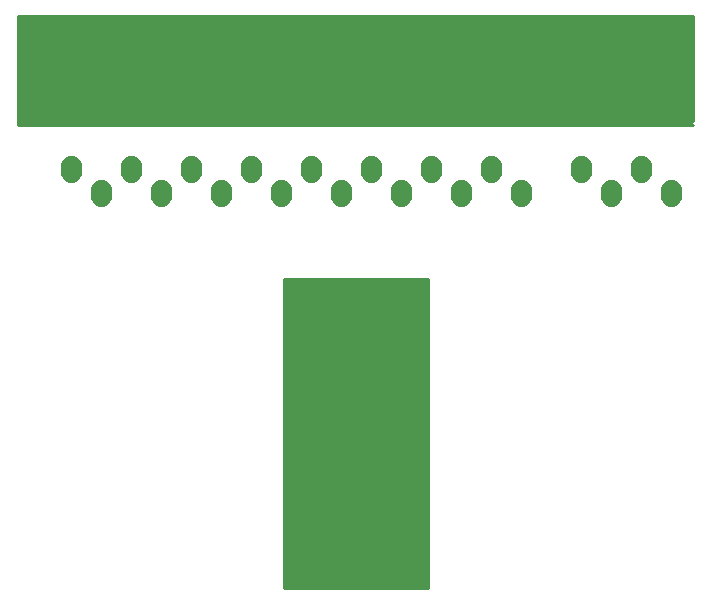
<source format=gts>
%FSTAX24Y24*%
%MOIN*%
%IN card20pad.gts *%
%ADD10C,0.0100*%
%ADD11C,0.0300*%
%ADD12C,0.0800*%
%ADD13R,0.0800X0.0800*%
D10*X014366Y012141D02*G01X009566D01*Y001841D01*X014366D01*Y012141D01*
G36*G01X009566D01*Y001841D01*X014366D01*Y012141D01*G37*X0232Y0174D02*
G01X023216Y020916D01*X000716D01*Y017291D01*X023216D01*G36*
X0232Y0174D02*G01X023216Y020916D01*X000716D01*Y017291D01*X023216D01*
G37*X002466Y015416D02*G01X002543Y015426D01*X002616Y015456D01*
X002678Y015504D01*X002725Y015566D01*X002755Y015639D01*
X002766Y015716D01*Y015916D01*X002755Y015994D01*X002725Y016066D01*
X002678Y016128D01*X002616Y016176D01*X002543Y016206D01*
X002466Y016216D01*X002388Y016206D01*X002316Y016176D01*
X002253Y016128D01*X002206Y016066D01*X002176Y015994D01*
X002166Y015916D01*Y015716D01*X002176Y015639D01*X002206Y015566D01*
X002253Y015504D01*X002316Y015456D01*X002388Y015426D01*
X002466Y015416D01*G36*G01X002543Y015426D01*X002616Y015456D01*
X002678Y015504D01*X002725Y015566D01*X002755Y015639D01*
X002766Y015716D01*Y015916D01*X002755Y015994D01*X002725Y016066D01*
X002678Y016128D01*X002616Y016176D01*X002543Y016206D01*
X002466Y016216D01*X002388Y016206D01*X002316Y016176D01*
X002253Y016128D01*X002206Y016066D01*X002176Y015994D01*
X002166Y015916D01*Y015716D01*X002176Y015639D01*X002206Y015566D01*
X002253Y015504D01*X002316Y015456D01*X002388Y015426D01*
X002466Y015416D01*G37*X003466Y014616D02*G01X003543Y014626D01*
X003616Y014656D01*X003678Y014704D01*X003725Y014766D01*
X003755Y014839D01*X003766Y014916D01*Y015116D01*X003755Y015194D01*
X003725Y015266D01*X003678Y015328D01*X003616Y015376D01*
X003543Y015406D01*X003466Y015416D01*X003388Y015406D01*
X003316Y015376D01*X003253Y015328D01*X003206Y015266D01*
X003176Y015194D01*X003166Y015116D01*Y014916D01*X003176Y014839D01*
X003206Y014766D01*X003253Y014704D01*X003316Y014656D01*
X003388Y014626D01*X003466Y014616D01*G36*G01X003543Y014626D01*
X003616Y014656D01*X003678Y014704D01*X003725Y014766D01*
X003755Y014839D01*X003766Y014916D01*Y015116D01*X003755Y015194D01*
X003725Y015266D01*X003678Y015328D01*X003616Y015376D01*
X003543Y015406D01*X003466Y015416D01*X003388Y015406D01*
X003316Y015376D01*X003253Y015328D01*X003206Y015266D01*
X003176Y015194D01*X003166Y015116D01*Y014916D01*X003176Y014839D01*
X003206Y014766D01*X003253Y014704D01*X003316Y014656D01*
X003388Y014626D01*X003466Y014616D01*G37*X004466Y015416D02*
G01X004543Y015426D01*X004616Y015456D01*X004678Y015504D01*
X004725Y015566D01*X004755Y015639D01*X004766Y015716D01*Y015916D01*
X004755Y015994D01*X004725Y016066D01*X004678Y016128D01*
X004616Y016176D01*X004543Y016206D01*X004466Y016216D01*
X004388Y016206D01*X004316Y016176D01*X004253Y016128D01*
X004206Y016066D01*X004176Y015994D01*X004166Y015916D01*Y015716D01*
X004176Y015639D01*X004206Y015566D01*X004253Y015504D01*
X004316Y015456D01*X004388Y015426D01*X004466Y015416D01*G36*
G01X004543Y015426D01*X004616Y015456D01*X004678Y015504D01*
X004725Y015566D01*X004755Y015639D01*X004766Y015716D01*Y015916D01*
X004755Y015994D01*X004725Y016066D01*X004678Y016128D01*
X004616Y016176D01*X004543Y016206D01*X004466Y016216D01*
X004388Y016206D01*X004316Y016176D01*X004253Y016128D01*
X004206Y016066D01*X004176Y015994D01*X004166Y015916D01*Y015716D01*
X004176Y015639D01*X004206Y015566D01*X004253Y015504D01*
X004316Y015456D01*X004388Y015426D01*X004466Y015416D01*G37*
X005466Y014616D02*G01X005543Y014626D01*X005616Y014656D01*
X005678Y014704D01*X005725Y014766D01*X005755Y014839D01*
X005766Y014916D01*Y015116D01*X005755Y015194D01*X005725Y015266D01*
X005678Y015328D01*X005616Y015376D01*X005543Y015406D01*
X005466Y015416D01*X005388Y015406D01*X005316Y015376D01*
X005253Y015328D01*X005206Y015266D01*X005176Y015194D01*
X005166Y015116D01*Y014916D01*X005176Y014839D01*X005206Y014766D01*
X005253Y014704D01*X005316Y014656D01*X005388Y014626D01*
X005466Y014616D01*G36*G01X005543Y014626D01*X005616Y014656D01*
X005678Y014704D01*X005725Y014766D01*X005755Y014839D01*
X005766Y014916D01*Y015116D01*X005755Y015194D01*X005725Y015266D01*
X005678Y015328D01*X005616Y015376D01*X005543Y015406D01*
X005466Y015416D01*X005388Y015406D01*X005316Y015376D01*
X005253Y015328D01*X005206Y015266D01*X005176Y015194D01*
X005166Y015116D01*Y014916D01*X005176Y014839D01*X005206Y014766D01*
X005253Y014704D01*X005316Y014656D01*X005388Y014626D01*
X005466Y014616D01*G37*X006466Y015416D02*G01X006543Y015426D01*
X006616Y015456D01*X006678Y015504D01*X006725Y015566D01*
X006755Y015639D01*X006766Y015716D01*Y015916D01*X006755Y015994D01*
X006725Y016066D01*X006678Y016128D01*X006616Y016176D01*
X006543Y016206D01*X006466Y016216D01*X006388Y016206D01*
X006316Y016176D01*X006253Y016128D01*X006206Y016066D01*
X006176Y015994D01*X006166Y015916D01*Y015716D01*X006176Y015639D01*
X006206Y015566D01*X006253Y015504D01*X006316Y015456D01*
X006388Y015426D01*X006466Y015416D01*G36*G01X006543Y015426D01*
X006616Y015456D01*X006678Y015504D01*X006725Y015566D01*
X006755Y015639D01*X006766Y015716D01*Y015916D01*X006755Y015994D01*
X006725Y016066D01*X006678Y016128D01*X006616Y016176D01*
X006543Y016206D01*X006466Y016216D01*X006388Y016206D01*
X006316Y016176D01*X006253Y016128D01*X006206Y016066D01*
X006176Y015994D01*X006166Y015916D01*Y015716D01*X006176Y015639D01*
X006206Y015566D01*X006253Y015504D01*X006316Y015456D01*
X006388Y015426D01*X006466Y015416D01*G37*X008466D02*
G01X008543Y015426D01*X008616Y015456D01*X008678Y015504D01*
X008725Y015566D01*X008755Y015639D01*X008766Y015716D01*Y015916D01*
X008755Y015994D01*X008725Y016066D01*X008678Y016128D01*
X008616Y016176D01*X008543Y016206D01*X008466Y016216D01*
X008388Y016206D01*X008316Y016176D01*X008253Y016128D01*
X008206Y016066D01*X008176Y015994D01*X008166Y015916D01*Y015716D01*
X008176Y015639D01*X008206Y015566D01*X008253Y015504D01*
X008316Y015456D01*X008388Y015426D01*X008466Y015416D01*G36*
G01X008543Y015426D01*X008616Y015456D01*X008678Y015504D01*
X008725Y015566D01*X008755Y015639D01*X008766Y015716D01*Y015916D01*
X008755Y015994D01*X008725Y016066D01*X008678Y016128D01*
X008616Y016176D01*X008543Y016206D01*X008466Y016216D01*
X008388Y016206D01*X008316Y016176D01*X008253Y016128D01*
X008206Y016066D01*X008176Y015994D01*X008166Y015916D01*Y015716D01*
X008176Y015639D01*X008206Y015566D01*X008253Y015504D01*
X008316Y015456D01*X008388Y015426D01*X008466Y015416D01*G37*X010466D02*
G01X010543Y015426D01*X010616Y015456D01*X010678Y015504D01*
X010725Y015566D01*X010755Y015639D01*X010766Y015716D01*Y015916D01*
X010755Y015994D01*X010725Y016066D01*X010678Y016128D01*
X010616Y016176D01*X010543Y016206D01*X010466Y016216D01*
X010388Y016206D01*X010316Y016176D01*X010253Y016128D01*
X010206Y016066D01*X010176Y015994D01*X010166Y015916D01*Y015716D01*
X010176Y015639D01*X010206Y015566D01*X010253Y015504D01*
X010316Y015456D01*X010388Y015426D01*X010466Y015416D01*G36*
G01X010543Y015426D01*X010616Y015456D01*X010678Y015504D01*
X010725Y015566D01*X010755Y015639D01*X010766Y015716D01*Y015916D01*
X010755Y015994D01*X010725Y016066D01*X010678Y016128D01*
X010616Y016176D01*X010543Y016206D01*X010466Y016216D01*
X010388Y016206D01*X010316Y016176D01*X010253Y016128D01*
X010206Y016066D01*X010176Y015994D01*X010166Y015916D01*Y015716D01*
X010176Y015639D01*X010206Y015566D01*X010253Y015504D01*
X010316Y015456D01*X010388Y015426D01*X010466Y015416D01*G37*X012466D02*
G01X012543Y015426D01*X012616Y015456D01*X012678Y015504D01*
X012725Y015566D01*X012755Y015639D01*X012766Y015716D01*Y015916D01*
X012755Y015994D01*X012725Y016066D01*X012678Y016128D01*
X012616Y016176D01*X012543Y016206D01*X012466Y016216D01*
X012388Y016206D01*X012316Y016176D01*X012253Y016128D01*
X012206Y016066D01*X012176Y015994D01*X012166Y015916D01*Y015716D01*
X012176Y015639D01*X012206Y015566D01*X012253Y015504D01*
X012316Y015456D01*X012388Y015426D01*X012466Y015416D01*G36*
G01X012543Y015426D01*X012616Y015456D01*X012678Y015504D01*
X012725Y015566D01*X012755Y015639D01*X012766Y015716D01*Y015916D01*
X012755Y015994D01*X012725Y016066D01*X012678Y016128D01*
X012616Y016176D01*X012543Y016206D01*X012466Y016216D01*
X012388Y016206D01*X012316Y016176D01*X012253Y016128D01*
X012206Y016066D01*X012176Y015994D01*X012166Y015916D01*Y015716D01*
X012176Y015639D01*X012206Y015566D01*X012253Y015504D01*
X012316Y015456D01*X012388Y015426D01*X012466Y015416D01*G37*X019466D02*
G01X019543Y015426D01*X019616Y015456D01*X019678Y015504D01*
X019725Y015566D01*X019755Y015639D01*X019766Y015716D01*Y015916D01*
X019755Y015994D01*X019725Y016066D01*X019678Y016128D01*
X019616Y016176D01*X019543Y016206D01*X019466Y016216D01*
X019388Y016206D01*X019316Y016176D01*X019253Y016128D01*
X019206Y016066D01*X019176Y015994D01*X019166Y015916D01*Y015716D01*
X019176Y015639D01*X019206Y015566D01*X019253Y015504D01*
X019316Y015456D01*X019388Y015426D01*X019466Y015416D01*G36*
G01X019543Y015426D01*X019616Y015456D01*X019678Y015504D01*
X019725Y015566D01*X019755Y015639D01*X019766Y015716D01*Y015916D01*
X019755Y015994D01*X019725Y016066D01*X019678Y016128D01*
X019616Y016176D01*X019543Y016206D01*X019466Y016216D01*
X019388Y016206D01*X019316Y016176D01*X019253Y016128D01*
X019206Y016066D01*X019176Y015994D01*X019166Y015916D01*Y015716D01*
X019176Y015639D01*X019206Y015566D01*X019253Y015504D01*
X019316Y015456D01*X019388Y015426D01*X019466Y015416D01*G37*X021466D02*
G01X021543Y015426D01*X021616Y015456D01*X021678Y015504D01*
X021725Y015566D01*X021755Y015639D01*X021766Y015716D01*Y015916D01*
X021755Y015994D01*X021725Y016066D01*X021678Y016128D01*
X021616Y016176D01*X021543Y016206D01*X021466Y016216D01*
X021388Y016206D01*X021316Y016176D01*X021253Y016128D01*
X021206Y016066D01*X021176Y015994D01*X021166Y015916D01*Y015716D01*
X021176Y015639D01*X021206Y015566D01*X021253Y015504D01*
X021316Y015456D01*X021388Y015426D01*X021466Y015416D01*G36*
G01X021543Y015426D01*X021616Y015456D01*X021678Y015504D01*
X021725Y015566D01*X021755Y015639D01*X021766Y015716D01*Y015916D01*
X021755Y015994D01*X021725Y016066D01*X021678Y016128D01*
X021616Y016176D01*X021543Y016206D01*X021466Y016216D01*
X021388Y016206D01*X021316Y016176D01*X021253Y016128D01*
X021206Y016066D01*X021176Y015994D01*X021166Y015916D01*Y015716D01*
X021176Y015639D01*X021206Y015566D01*X021253Y015504D01*
X021316Y015456D01*X021388Y015426D01*X021466Y015416D01*G37*
X007466Y014616D02*G01X007543Y014626D01*X007616Y014656D01*
X007678Y014704D01*X007725Y014766D01*X007755Y014839D01*
X007766Y014916D01*Y015116D01*X007755Y015194D01*X007725Y015266D01*
X007678Y015328D01*X007616Y015376D01*X007543Y015406D01*
X007466Y015416D01*X007388Y015406D01*X007316Y015376D01*
X007253Y015328D01*X007206Y015266D01*X007176Y015194D01*
X007166Y015116D01*Y014916D01*X007176Y014839D01*X007206Y014766D01*
X007253Y014704D01*X007316Y014656D01*X007388Y014626D01*
X007466Y014616D01*G36*G01X007543Y014626D01*X007616Y014656D01*
X007678Y014704D01*X007725Y014766D01*X007755Y014839D01*
X007766Y014916D01*Y015116D01*X007755Y015194D01*X007725Y015266D01*
X007678Y015328D01*X007616Y015376D01*X007543Y015406D01*
X007466Y015416D01*X007388Y015406D01*X007316Y015376D01*
X007253Y015328D01*X007206Y015266D01*X007176Y015194D01*
X007166Y015116D01*Y014916D01*X007176Y014839D01*X007206Y014766D01*
X007253Y014704D01*X007316Y014656D01*X007388Y014626D01*
X007466Y014616D01*G37*X009466D02*G01X009543Y014626D01*
X009616Y014656D01*X009678Y014704D01*X009725Y014766D01*
X009755Y014839D01*X009766Y014916D01*Y015116D01*X009755Y015194D01*
X009725Y015266D01*X009678Y015328D01*X009616Y015376D01*
X009543Y015406D01*X009466Y015416D01*X009388Y015406D01*
X009316Y015376D01*X009253Y015328D01*X009206Y015266D01*
X009176Y015194D01*X009166Y015116D01*Y014916D01*X009176Y014839D01*
X009206Y014766D01*X009253Y014704D01*X009316Y014656D01*
X009388Y014626D01*X009466Y014616D01*G36*G01X009543Y014626D01*
X009616Y014656D01*X009678Y014704D01*X009725Y014766D01*
X009755Y014839D01*X009766Y014916D01*Y015116D01*X009755Y015194D01*
X009725Y015266D01*X009678Y015328D01*X009616Y015376D01*
X009543Y015406D01*X009466Y015416D01*X009388Y015406D01*
X009316Y015376D01*X009253Y015328D01*X009206Y015266D01*
X009176Y015194D01*X009166Y015116D01*Y014916D01*X009176Y014839D01*
X009206Y014766D01*X009253Y014704D01*X009316Y014656D01*
X009388Y014626D01*X009466Y014616D01*G37*X011466D02*
G01X011543Y014626D01*X011616Y014656D01*X011678Y014704D01*
X011725Y014766D01*X011755Y014839D01*X011766Y014916D01*Y015116D01*
X011755Y015194D01*X011725Y015266D01*X011678Y015328D01*
X011616Y015376D01*X011543Y015406D01*X011466Y015416D01*
X011388Y015406D01*X011316Y015376D01*X011253Y015328D01*
X011206Y015266D01*X011176Y015194D01*X011166Y015116D01*Y014916D01*
X011176Y014839D01*X011206Y014766D01*X011253Y014704D01*
X011316Y014656D01*X011388Y014626D01*X011466Y014616D01*G36*
G01X011543Y014626D01*X011616Y014656D01*X011678Y014704D01*
X011725Y014766D01*X011755Y014839D01*X011766Y014916D01*Y015116D01*
X011755Y015194D01*X011725Y015266D01*X011678Y015328D01*
X011616Y015376D01*X011543Y015406D01*X011466Y015416D01*
X011388Y015406D01*X011316Y015376D01*X011253Y015328D01*
X011206Y015266D01*X011176Y015194D01*X011166Y015116D01*Y014916D01*
X011176Y014839D01*X011206Y014766D01*X011253Y014704D01*
X011316Y014656D01*X011388Y014626D01*X011466Y014616D01*G37*X013466D02*
G01X013543Y014626D01*X013616Y014656D01*X013678Y014704D01*
X013725Y014766D01*X013755Y014839D01*X013766Y014916D01*Y015116D01*
X013755Y015194D01*X013725Y015266D01*X013678Y015328D01*
X013616Y015376D01*X013543Y015406D01*X013466Y015416D01*
X013388Y015406D01*X013316Y015376D01*X013253Y015328D01*
X013206Y015266D01*X013176Y015194D01*X013166Y015116D01*Y014916D01*
X013176Y014839D01*X013206Y014766D01*X013253Y014704D01*
X013316Y014656D01*X013388Y014626D01*X013466Y014616D01*G36*
G01X013543Y014626D01*X013616Y014656D01*X013678Y014704D01*
X013725Y014766D01*X013755Y014839D01*X013766Y014916D01*Y015116D01*
X013755Y015194D01*X013725Y015266D01*X013678Y015328D01*
X013616Y015376D01*X013543Y015406D01*X013466Y015416D01*
X013388Y015406D01*X013316Y015376D01*X013253Y015328D01*
X013206Y015266D01*X013176Y015194D01*X013166Y015116D01*Y014916D01*
X013176Y014839D01*X013206Y014766D01*X013253Y014704D01*
X013316Y014656D01*X013388Y014626D01*X013466Y014616D01*G37*X015466D02*
G01X015543Y014626D01*X015616Y014656D01*X015678Y014704D01*
X015725Y014766D01*X015755Y014839D01*X015766Y014916D01*Y015116D01*
X015755Y015194D01*X015725Y015266D01*X015678Y015328D01*
X015616Y015376D01*X015543Y015406D01*X015466Y015416D01*
X015388Y015406D01*X015316Y015376D01*X015253Y015328D01*
X015206Y015266D01*X015176Y015194D01*X015166Y015116D01*Y014916D01*
X015176Y014839D01*X015206Y014766D01*X015253Y014704D01*
X015316Y014656D01*X015388Y014626D01*X015466Y014616D01*G36*
G01X015543Y014626D01*X015616Y014656D01*X015678Y014704D01*
X015725Y014766D01*X015755Y014839D01*X015766Y014916D01*Y015116D01*
X015755Y015194D01*X015725Y015266D01*X015678Y015328D01*
X015616Y015376D01*X015543Y015406D01*X015466Y015416D01*
X015388Y015406D01*X015316Y015376D01*X015253Y015328D01*
X015206Y015266D01*X015176Y015194D01*X015166Y015116D01*Y014916D01*
X015176Y014839D01*X015206Y014766D01*X015253Y014704D01*
X015316Y014656D01*X015388Y014626D01*X015466Y014616D01*G37*X022466D02*
G01X022543Y014626D01*X022616Y014656D01*X022678Y014704D01*
X022725Y014766D01*X022755Y014839D01*X022766Y014916D01*Y015116D01*
X022755Y015194D01*X022725Y015266D01*X022678Y015328D01*
X022616Y015376D01*X022543Y015406D01*X022466Y015416D01*
X022388Y015406D01*X022316Y015376D01*X022253Y015328D01*
X022206Y015266D01*X022176Y015194D01*X022166Y015116D01*Y014916D01*
X022176Y014839D01*X022206Y014766D01*X022253Y014704D01*
X022316Y014656D01*X022388Y014626D01*X022466Y014616D01*G36*
G01X022543Y014626D01*X022616Y014656D01*X022678Y014704D01*
X022725Y014766D01*X022755Y014839D01*X022766Y014916D01*Y015116D01*
X022755Y015194D01*X022725Y015266D01*X022678Y015328D01*
X022616Y015376D01*X022543Y015406D01*X022466Y015416D01*
X022388Y015406D01*X022316Y015376D01*X022253Y015328D01*
X022206Y015266D01*X022176Y015194D01*X022166Y015116D01*Y014916D01*
X022176Y014839D01*X022206Y014766D01*X022253Y014704D01*
X022316Y014656D01*X022388Y014626D01*X022466Y014616D01*G37*
X014466Y015416D02*G01X014543Y015426D01*X014616Y015456D01*
X014678Y015504D01*X014725Y015566D01*X014755Y015639D01*
X014766Y015716D01*Y015916D01*X014755Y015994D01*X014725Y016066D01*
X014678Y016128D01*X014616Y016176D01*X014543Y016206D01*
X014466Y016216D01*X014388Y016206D01*X014316Y016176D01*
X014253Y016128D01*X014206Y016066D01*X014176Y015994D01*
X014166Y015916D01*Y015716D01*X014176Y015639D01*X014206Y015566D01*
X014253Y015504D01*X014316Y015456D01*X014388Y015426D01*
X014466Y015416D01*G36*G01X014543Y015426D01*X014616Y015456D01*
X014678Y015504D01*X014725Y015566D01*X014755Y015639D01*
X014766Y015716D01*Y015916D01*X014755Y015994D01*X014725Y016066D01*
X014678Y016128D01*X014616Y016176D01*X014543Y016206D01*
X014466Y016216D01*X014388Y016206D01*X014316Y016176D01*
X014253Y016128D01*X014206Y016066D01*X014176Y015994D01*
X014166Y015916D01*Y015716D01*X014176Y015639D01*X014206Y015566D01*
X014253Y015504D01*X014316Y015456D01*X014388Y015426D01*
X014466Y015416D01*G37*X016466D02*G01X016543Y015426D01*
X016616Y015456D01*X016678Y015504D01*X016725Y015566D01*
X016755Y015639D01*X016766Y015716D01*Y015916D01*X016755Y015994D01*
X016725Y016066D01*X016678Y016128D01*X016616Y016176D01*
X016543Y016206D01*X016466Y016216D01*X016388Y016206D01*
X016316Y016176D01*X016253Y016128D01*X016206Y016066D01*
X016176Y015994D01*X016166Y015916D01*Y015716D01*X016176Y015639D01*
X016206Y015566D01*X016253Y015504D01*X016316Y015456D01*
X016388Y015426D01*X016466Y015416D01*G36*G01X016543Y015426D01*
X016616Y015456D01*X016678Y015504D01*X016725Y015566D01*
X016755Y015639D01*X016766Y015716D01*Y015916D01*X016755Y015994D01*
X016725Y016066D01*X016678Y016128D01*X016616Y016176D01*
X016543Y016206D01*X016466Y016216D01*X016388Y016206D01*
X016316Y016176D01*X016253Y016128D01*X016206Y016066D01*
X016176Y015994D01*X016166Y015916D01*Y015716D01*X016176Y015639D01*
X016206Y015566D01*X016253Y015504D01*X016316Y015456D01*
X016388Y015426D01*X016466Y015416D01*G37*X020466Y014616D02*
G01X020543Y014626D01*X020616Y014656D01*X020678Y014704D01*
X020725Y014766D01*X020755Y014839D01*X020766Y014916D01*Y015116D01*
X020755Y015194D01*X020725Y015266D01*X020678Y015328D01*
X020616Y015376D01*X020543Y015406D01*X020466Y015416D01*
X020388Y015406D01*X020316Y015376D01*X020253Y015328D01*
X020206Y015266D01*X020176Y015194D01*X020166Y015116D01*Y014916D01*
X020176Y014839D01*X020206Y014766D01*X020253Y014704D01*
X020316Y014656D01*X020388Y014626D01*X020466Y014616D01*G36*
G01X020543Y014626D01*X020616Y014656D01*X020678Y014704D01*
X020725Y014766D01*X020755Y014839D01*X020766Y014916D01*Y015116D01*
X020755Y015194D01*X020725Y015266D01*X020678Y015328D01*
X020616Y015376D01*X020543Y015406D01*X020466Y015416D01*
X020388Y015406D01*X020316Y015376D01*X020253Y015328D01*
X020206Y015266D01*X020176Y015194D01*X020166Y015116D01*Y014916D01*
X020176Y014839D01*X020206Y014766D01*X020253Y014704D01*
X020316Y014656D01*X020388Y014626D01*X020466Y014616D01*G37*X017466D02*
G01X017543Y014626D01*X017616Y014656D01*X017678Y014704D01*
X017725Y014766D01*X017755Y014839D01*X017766Y014916D01*Y015116D01*
X017755Y015194D01*X017725Y015266D01*X017678Y015328D01*
X017616Y015376D01*X017543Y015406D01*X017466Y015416D01*
X017388Y015406D01*X017316Y015376D01*X017253Y015328D01*
X017206Y015266D01*X017176Y015194D01*X017166Y015116D01*Y014916D01*
X017176Y014839D01*X017206Y014766D01*X017253Y014704D01*
X017316Y014656D01*X017388Y014626D01*X017466Y014616D01*G36*
G01X017543Y014626D01*X017616Y014656D01*X017678Y014704D01*
X017725Y014766D01*X017755Y014839D01*X017766Y014916D01*Y015116D01*
X017755Y015194D01*X017725Y015266D01*X017678Y015328D01*
X017616Y015376D01*X017543Y015406D01*X017466Y015416D01*
X017388Y015406D01*X017316Y015376D01*X017253Y015328D01*
X017206Y015266D01*X017176Y015194D01*X017166Y015116D01*Y014916D01*
X017176Y014839D01*X017206Y014766D01*X017253Y014704D01*
X017316Y014656D01*X017388Y014626D01*X017466Y014616D01*G37*
%LPC*%
%LPD*%
D13*X010466Y002491D03*D12*X013466Y008491D03*Y010491D03*Y007491D03*
Y006491D03*Y005491D03*Y004491D03*Y003491D03*Y002491D03*
X010466Y010491D03*Y003491D03*Y004491D03*Y005491D03*Y011491D03*
X013466D03*X010466Y006491D03*Y007491D03*Y008491D03*Y009491D03*
X013466D03*
M02*
</source>
